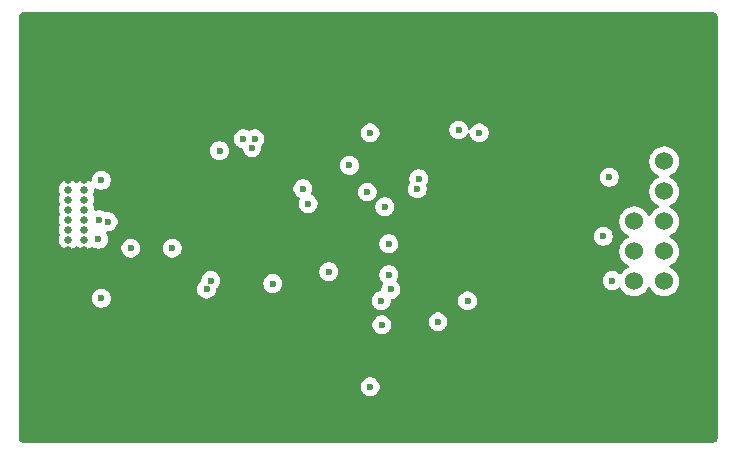
<source format=gbr>
%TF.GenerationSoftware,KiCad,Pcbnew,9.0.3*%
%TF.CreationDate,2025-07-20T22:32:55-06:00*%
%TF.ProjectId,bare_mega_1284,62617265-5f6d-4656-9761-5f313238342e,rev?*%
%TF.SameCoordinates,Original*%
%TF.FileFunction,Copper,L3,Inr*%
%TF.FilePolarity,Positive*%
%FSLAX46Y46*%
G04 Gerber Fmt 4.6, Leading zero omitted, Abs format (unit mm)*
G04 Created by KiCad (PCBNEW 9.0.3) date 2025-07-20 22:32:55*
%MOMM*%
%LPD*%
G01*
G04 APERTURE LIST*
%TA.AperFunction,ComponentPad*%
%ADD10C,0.650000*%
%TD*%
%TA.AperFunction,ComponentPad*%
%ADD11O,1.700000X0.900000*%
%TD*%
%TA.AperFunction,ComponentPad*%
%ADD12O,2.400000X0.900000*%
%TD*%
%TA.AperFunction,ComponentPad*%
%ADD13C,1.524000*%
%TD*%
%TA.AperFunction,ViaPad*%
%ADD14C,0.600000*%
%TD*%
%TA.AperFunction,Conductor*%
%ADD15C,0.200000*%
%TD*%
G04 APERTURE END LIST*
D10*
%TO.N,GND*%
%TO.C,J1*%
X121860000Y-95675000D03*
%TO.N,+5V*%
X121860000Y-96525000D03*
%TO.N,Net-(J1-CC1)*%
X121860000Y-97375000D03*
%TO.N,/D_P*%
X121860000Y-98225000D03*
%TO.N,/D_N*%
X121860000Y-99075000D03*
%TO.N,unconnected-(J1-SBU1-PadA8)*%
X121860000Y-99925000D03*
%TO.N,+5V*%
X121860000Y-100775000D03*
%TO.N,GND*%
X121860000Y-101625000D03*
X120510000Y-101625000D03*
%TO.N,+5V*%
X120510000Y-100775000D03*
%TO.N,Net-(J1-CC2)*%
X120510000Y-99925000D03*
%TO.N,/D_P*%
X120510000Y-99075000D03*
%TO.N,/D_N*%
X120510000Y-98225000D03*
%TO.N,unconnected-(J1-SBU2-PadB8)*%
X120510000Y-97375000D03*
%TO.N,+5V*%
X120510000Y-96525000D03*
%TO.N,GND*%
X120510000Y-95675000D03*
D11*
X117500000Y-94325000D03*
X117500000Y-102975000D03*
D12*
X120880000Y-94325000D03*
X120880000Y-102975000D03*
%TD*%
D13*
%TO.N,GND*%
%TO.C,CON1*%
X168410000Y-94140000D03*
%TO.N,/MISO*%
X170950000Y-94140000D03*
%TO.N,GND*%
X168410000Y-96680000D03*
%TO.N,/SCK*%
X170950000Y-96680000D03*
%TO.N,unconnected-(CON1-Pad6)*%
X168410000Y-99220000D03*
%TO.N,/RES*%
X170950000Y-99220000D03*
%TO.N,unconnected-(CON1-Pad4)*%
X168410000Y-101760000D03*
%TO.N,unconnected-(CON1-Pad3)*%
X170950000Y-101760000D03*
%TO.N,+5V*%
X168410000Y-104300000D03*
%TO.N,/MOSI*%
X170950000Y-104300000D03*
%TD*%
D14*
%TO.N,Net-(U2-RESET#)*%
X140800000Y-97730000D03*
X140359999Y-96442812D03*
%TO.N,+5V*%
X136050000Y-92980000D03*
X136300000Y-92230000D03*
X136300000Y-92230000D03*
X136300000Y-92230000D03*
X136300000Y-92230000D03*
X136300000Y-92230000D03*
X136300000Y-92230000D03*
X136300000Y-92230000D03*
X135300000Y-92230000D03*
X135300000Y-92230000D03*
X135300000Y-92230000D03*
X166550000Y-104230000D03*
%TO.N,Net-(U1-(PCINT26{slash}RXD1{slash}INT0)_PD2)*%
X146050000Y-113230000D03*
%TO.N,/MISO*%
X150166835Y-95613165D03*
X166300000Y-95480000D03*
%TO.N,/SCK*%
X150050000Y-96480000D03*
X165800000Y-100480000D03*
%TO.N,Net-(U1-(PCINT26{slash}RXD1{slash}INT0)_PD2)*%
X147800000Y-104980000D03*
%TO.N,/TXD*%
X147636835Y-101114010D03*
X132202760Y-104950713D03*
%TO.N,/RXD*%
X132550000Y-104230000D03*
X147636835Y-103730000D03*
%TO.N,/XTAL2*%
X147050000Y-107980000D03*
X146994153Y-105937318D03*
%TO.N,Net-(J1-CC1)*%
X125800000Y-101480000D03*
%TO.N,+5V*%
X123300000Y-95730000D03*
X123050000Y-100730000D03*
X146050000Y-91730000D03*
X153550000Y-91480000D03*
X155300000Y-91730000D03*
X144300000Y-94480000D03*
X145800000Y-96730000D03*
X147300000Y-97980000D03*
X154300000Y-105950802D03*
X151800000Y-107730000D03*
X123300000Y-105730000D03*
X129300000Y-101480000D03*
X137800000Y-104480000D03*
X142550000Y-103480000D03*
X133300000Y-93230000D03*
%TO.N,GND*%
X126800000Y-94230000D03*
X126550000Y-102980000D03*
X157551000Y-107730000D03*
X156300000Y-109730000D03*
X133800000Y-109230000D03*
X133800000Y-115980000D03*
X134050000Y-112230000D03*
X133000003Y-95980000D03*
X132300000Y-95980000D03*
X132050000Y-97480000D03*
X132050000Y-100279997D03*
X132050000Y-100980000D03*
X136605297Y-101661942D03*
X137235671Y-101631975D03*
X137800000Y-96480000D03*
X137550000Y-95980000D03*
X135550000Y-95980000D03*
X145800000Y-101980000D03*
X154300000Y-94730000D03*
X150050000Y-98980000D03*
X155300000Y-102980000D03*
X161550000Y-98970000D03*
X163300000Y-103730000D03*
X163300000Y-94230000D03*
X155300000Y-86980000D03*
X153050000Y-90230000D03*
X141050000Y-88230000D03*
X138550000Y-88230000D03*
X135050000Y-90730000D03*
X128550000Y-87480000D03*
%TO.N,/D_P*%
X123864232Y-99243871D03*
%TO.N,/D_N*%
X123082256Y-99075000D03*
%TD*%
D15*
%TO.N,GND*%
X120880000Y-94325000D02*
X120880000Y-94695000D01*
%TD*%
%TA.AperFunction,Conductor*%
%TO.N,GND*%
G36*
X175006922Y-81481280D02*
G01*
X175097266Y-81491459D01*
X175124331Y-81497636D01*
X175203540Y-81525352D01*
X175228553Y-81537398D01*
X175299606Y-81582043D01*
X175321313Y-81599355D01*
X175380644Y-81658686D01*
X175397957Y-81680395D01*
X175442600Y-81751444D01*
X175454648Y-81776462D01*
X175482362Y-81855666D01*
X175488540Y-81882735D01*
X175498720Y-81973076D01*
X175499500Y-81986961D01*
X175499500Y-117473038D01*
X175498720Y-117486922D01*
X175498720Y-117486923D01*
X175488540Y-117577264D01*
X175482362Y-117604333D01*
X175454648Y-117683537D01*
X175442600Y-117708555D01*
X175397957Y-117779604D01*
X175380644Y-117801313D01*
X175321313Y-117860644D01*
X175299604Y-117877957D01*
X175228555Y-117922600D01*
X175203537Y-117934648D01*
X175124333Y-117962362D01*
X175097264Y-117968540D01*
X175017075Y-117977576D01*
X175006921Y-117978720D01*
X174993038Y-117979500D01*
X116806962Y-117979500D01*
X116793078Y-117978720D01*
X116780553Y-117977308D01*
X116702735Y-117968540D01*
X116675666Y-117962362D01*
X116596462Y-117934648D01*
X116571444Y-117922600D01*
X116500395Y-117877957D01*
X116478686Y-117860644D01*
X116419355Y-117801313D01*
X116402042Y-117779604D01*
X116357399Y-117708555D01*
X116345351Y-117683537D01*
X116317637Y-117604333D01*
X116311459Y-117577263D01*
X116301280Y-117486922D01*
X116300500Y-117473038D01*
X116300500Y-113151153D01*
X145249500Y-113151153D01*
X145249500Y-113308846D01*
X145280261Y-113463489D01*
X145280264Y-113463501D01*
X145340602Y-113609172D01*
X145340609Y-113609185D01*
X145428210Y-113740288D01*
X145428213Y-113740292D01*
X145539707Y-113851786D01*
X145539711Y-113851789D01*
X145670814Y-113939390D01*
X145670827Y-113939397D01*
X145816498Y-113999735D01*
X145816503Y-113999737D01*
X145971153Y-114030499D01*
X145971156Y-114030500D01*
X145971158Y-114030500D01*
X146128844Y-114030500D01*
X146128845Y-114030499D01*
X146283497Y-113999737D01*
X146429179Y-113939394D01*
X146560289Y-113851789D01*
X146671789Y-113740289D01*
X146759394Y-113609179D01*
X146819737Y-113463497D01*
X146850500Y-113308842D01*
X146850500Y-113151158D01*
X146850500Y-113151155D01*
X146850499Y-113151153D01*
X146819738Y-112996510D01*
X146819737Y-112996503D01*
X146819735Y-112996498D01*
X146759397Y-112850827D01*
X146759390Y-112850814D01*
X146671789Y-112719711D01*
X146671786Y-112719707D01*
X146560292Y-112608213D01*
X146560288Y-112608210D01*
X146429185Y-112520609D01*
X146429172Y-112520602D01*
X146283501Y-112460264D01*
X146283489Y-112460261D01*
X146128845Y-112429500D01*
X146128842Y-112429500D01*
X145971158Y-112429500D01*
X145971155Y-112429500D01*
X145816510Y-112460261D01*
X145816498Y-112460264D01*
X145670827Y-112520602D01*
X145670814Y-112520609D01*
X145539711Y-112608210D01*
X145539707Y-112608213D01*
X145428213Y-112719707D01*
X145428210Y-112719711D01*
X145340609Y-112850814D01*
X145340602Y-112850827D01*
X145280264Y-112996498D01*
X145280261Y-112996510D01*
X145249500Y-113151153D01*
X116300500Y-113151153D01*
X116300500Y-107901153D01*
X146249500Y-107901153D01*
X146249500Y-108058846D01*
X146280261Y-108213489D01*
X146280264Y-108213501D01*
X146340602Y-108359172D01*
X146340609Y-108359185D01*
X146428210Y-108490288D01*
X146428213Y-108490292D01*
X146539707Y-108601786D01*
X146539711Y-108601789D01*
X146670814Y-108689390D01*
X146670827Y-108689397D01*
X146816498Y-108749735D01*
X146816503Y-108749737D01*
X146971153Y-108780499D01*
X146971156Y-108780500D01*
X146971158Y-108780500D01*
X147128844Y-108780500D01*
X147128845Y-108780499D01*
X147283497Y-108749737D01*
X147429179Y-108689394D01*
X147560289Y-108601789D01*
X147671789Y-108490289D01*
X147759394Y-108359179D01*
X147819737Y-108213497D01*
X147850500Y-108058842D01*
X147850500Y-107901158D01*
X147850500Y-107901155D01*
X147850499Y-107901153D01*
X147819738Y-107746510D01*
X147819737Y-107746503D01*
X147780242Y-107651153D01*
X150999500Y-107651153D01*
X150999500Y-107808846D01*
X151030261Y-107963489D01*
X151030264Y-107963501D01*
X151090602Y-108109172D01*
X151090609Y-108109185D01*
X151178210Y-108240288D01*
X151178213Y-108240292D01*
X151289707Y-108351786D01*
X151289711Y-108351789D01*
X151420814Y-108439390D01*
X151420827Y-108439397D01*
X151566498Y-108499735D01*
X151566503Y-108499737D01*
X151721153Y-108530499D01*
X151721156Y-108530500D01*
X151721158Y-108530500D01*
X151878844Y-108530500D01*
X151878845Y-108530499D01*
X152033497Y-108499737D01*
X152179179Y-108439394D01*
X152310289Y-108351789D01*
X152421789Y-108240289D01*
X152509394Y-108109179D01*
X152569737Y-107963497D01*
X152600500Y-107808842D01*
X152600500Y-107651158D01*
X152600500Y-107651155D01*
X152600499Y-107651153D01*
X152569738Y-107496510D01*
X152569737Y-107496503D01*
X152569735Y-107496498D01*
X152509397Y-107350827D01*
X152509390Y-107350814D01*
X152421789Y-107219711D01*
X152421786Y-107219707D01*
X152310292Y-107108213D01*
X152310288Y-107108210D01*
X152179185Y-107020609D01*
X152179172Y-107020602D01*
X152033501Y-106960264D01*
X152033489Y-106960261D01*
X151878845Y-106929500D01*
X151878842Y-106929500D01*
X151721158Y-106929500D01*
X151721155Y-106929500D01*
X151566510Y-106960261D01*
X151566498Y-106960264D01*
X151420827Y-107020602D01*
X151420814Y-107020609D01*
X151289711Y-107108210D01*
X151289707Y-107108213D01*
X151178213Y-107219707D01*
X151178210Y-107219711D01*
X151090609Y-107350814D01*
X151090602Y-107350827D01*
X151030264Y-107496498D01*
X151030261Y-107496510D01*
X150999500Y-107651153D01*
X147780242Y-107651153D01*
X147779933Y-107650408D01*
X147759397Y-107600827D01*
X147759390Y-107600814D01*
X147671789Y-107469711D01*
X147671786Y-107469707D01*
X147560292Y-107358213D01*
X147560288Y-107358210D01*
X147429185Y-107270609D01*
X147429172Y-107270602D01*
X147283501Y-107210264D01*
X147283489Y-107210261D01*
X147128845Y-107179500D01*
X147128842Y-107179500D01*
X146971158Y-107179500D01*
X146971155Y-107179500D01*
X146816510Y-107210261D01*
X146816498Y-107210264D01*
X146670827Y-107270602D01*
X146670814Y-107270609D01*
X146539711Y-107358210D01*
X146539707Y-107358213D01*
X146428213Y-107469707D01*
X146428210Y-107469711D01*
X146340609Y-107600814D01*
X146340602Y-107600827D01*
X146280264Y-107746498D01*
X146280261Y-107746510D01*
X146249500Y-107901153D01*
X116300500Y-107901153D01*
X116300500Y-105651153D01*
X122499500Y-105651153D01*
X122499500Y-105808846D01*
X122530261Y-105963489D01*
X122530264Y-105963501D01*
X122590602Y-106109172D01*
X122590609Y-106109185D01*
X122678210Y-106240288D01*
X122678213Y-106240292D01*
X122789707Y-106351786D01*
X122789711Y-106351789D01*
X122920814Y-106439390D01*
X122920827Y-106439397D01*
X123066498Y-106499735D01*
X123066503Y-106499737D01*
X123221153Y-106530499D01*
X123221156Y-106530500D01*
X123221158Y-106530500D01*
X123378844Y-106530500D01*
X123378845Y-106530499D01*
X123533497Y-106499737D01*
X123679179Y-106439394D01*
X123810289Y-106351789D01*
X123921789Y-106240289D01*
X124009394Y-106109179D01*
X124069737Y-105963497D01*
X124090628Y-105858471D01*
X146193653Y-105858471D01*
X146193653Y-106016164D01*
X146224414Y-106170807D01*
X146224417Y-106170819D01*
X146284755Y-106316490D01*
X146284762Y-106316503D01*
X146372363Y-106447606D01*
X146372366Y-106447610D01*
X146483860Y-106559104D01*
X146483864Y-106559107D01*
X146614967Y-106646708D01*
X146614980Y-106646715D01*
X146760651Y-106707053D01*
X146760656Y-106707055D01*
X146915306Y-106737817D01*
X146915309Y-106737818D01*
X146915311Y-106737818D01*
X147072997Y-106737818D01*
X147072998Y-106737817D01*
X147227650Y-106707055D01*
X147373332Y-106646712D01*
X147504442Y-106559107D01*
X147615942Y-106447607D01*
X147703547Y-106316497D01*
X147763890Y-106170815D01*
X147794653Y-106016160D01*
X147794653Y-105899010D01*
X147802596Y-105871955D01*
X153499500Y-105871955D01*
X153499500Y-106029648D01*
X153530261Y-106184291D01*
X153530264Y-106184303D01*
X153590602Y-106329974D01*
X153590609Y-106329987D01*
X153678210Y-106461090D01*
X153678213Y-106461094D01*
X153789707Y-106572588D01*
X153789711Y-106572591D01*
X153920814Y-106660192D01*
X153920827Y-106660199D01*
X154066498Y-106720537D01*
X154066503Y-106720539D01*
X154221153Y-106751301D01*
X154221156Y-106751302D01*
X154221158Y-106751302D01*
X154378844Y-106751302D01*
X154378845Y-106751301D01*
X154533497Y-106720539D01*
X154679179Y-106660196D01*
X154810289Y-106572591D01*
X154921789Y-106461091D01*
X155009394Y-106329981D01*
X155069737Y-106184299D01*
X155100500Y-106029644D01*
X155100500Y-105871960D01*
X155100500Y-105871957D01*
X155100499Y-105871955D01*
X155092546Y-105831971D01*
X155069737Y-105717305D01*
X155046045Y-105660107D01*
X155009397Y-105571629D01*
X155009390Y-105571616D01*
X154921789Y-105440513D01*
X154921786Y-105440509D01*
X154810292Y-105329015D01*
X154810288Y-105329012D01*
X154679185Y-105241411D01*
X154679172Y-105241404D01*
X154533501Y-105181066D01*
X154533489Y-105181063D01*
X154378845Y-105150302D01*
X154378842Y-105150302D01*
X154221158Y-105150302D01*
X154221155Y-105150302D01*
X154066510Y-105181063D01*
X154066498Y-105181066D01*
X153920827Y-105241404D01*
X153920814Y-105241411D01*
X153789711Y-105329012D01*
X153789707Y-105329015D01*
X153678213Y-105440509D01*
X153678210Y-105440513D01*
X153590609Y-105571616D01*
X153590602Y-105571629D01*
X153530264Y-105717300D01*
X153530261Y-105717312D01*
X153499500Y-105871955D01*
X147802596Y-105871955D01*
X147803432Y-105869109D01*
X147810304Y-105838706D01*
X147813195Y-105835860D01*
X147814338Y-105831971D01*
X147837881Y-105811570D01*
X147860107Y-105789701D01*
X147865244Y-105787860D01*
X147867142Y-105786216D01*
X147893275Y-105777635D01*
X147893856Y-105777513D01*
X148033497Y-105749737D01*
X148179179Y-105689394D01*
X148310289Y-105601789D01*
X148421789Y-105490289D01*
X148509394Y-105359179D01*
X148512854Y-105350827D01*
X148549241Y-105262978D01*
X148569737Y-105213497D01*
X148600500Y-105058842D01*
X148600500Y-104901158D01*
X148600500Y-104901155D01*
X148600499Y-104901153D01*
X148581416Y-104805219D01*
X148569737Y-104746503D01*
X148544724Y-104686116D01*
X148509397Y-104600827D01*
X148509390Y-104600814D01*
X148421789Y-104469711D01*
X148421786Y-104469707D01*
X148305982Y-104353903D01*
X148307293Y-104352591D01*
X148292890Y-104330972D01*
X148273579Y-104302629D01*
X148273560Y-104301958D01*
X148273189Y-104301400D01*
X148272622Y-104267072D01*
X148271701Y-104232785D01*
X148272044Y-104231987D01*
X148272037Y-104231539D01*
X148275456Y-104224064D01*
X148286167Y-104199197D01*
X148287265Y-104197423D01*
X148318182Y-104151153D01*
X165749500Y-104151153D01*
X165749500Y-104308846D01*
X165780261Y-104463489D01*
X165780264Y-104463501D01*
X165840602Y-104609172D01*
X165840609Y-104609185D01*
X165928210Y-104740288D01*
X165928213Y-104740292D01*
X166039707Y-104851786D01*
X166039711Y-104851789D01*
X166170814Y-104939390D01*
X166170827Y-104939397D01*
X166316498Y-104999735D01*
X166316503Y-104999737D01*
X166466407Y-105029555D01*
X166471153Y-105030499D01*
X166471156Y-105030500D01*
X166471158Y-105030500D01*
X166628844Y-105030500D01*
X166628845Y-105030499D01*
X166783497Y-104999737D01*
X166929179Y-104939394D01*
X167060289Y-104851789D01*
X167081322Y-104830755D01*
X167142643Y-104797271D01*
X167212334Y-104802254D01*
X167268269Y-104844125D01*
X167279487Y-104862141D01*
X167330211Y-104961692D01*
X167371345Y-105018307D01*
X167447019Y-105122464D01*
X167587536Y-105262981D01*
X167748306Y-105379787D01*
X167835149Y-105424035D01*
X167925367Y-105470005D01*
X167925370Y-105470006D01*
X167987793Y-105490288D01*
X168114364Y-105531413D01*
X168310639Y-105562500D01*
X168310640Y-105562500D01*
X168509360Y-105562500D01*
X168509361Y-105562500D01*
X168705636Y-105531413D01*
X168894632Y-105470005D01*
X169071694Y-105379787D01*
X169232464Y-105262981D01*
X169372981Y-105122464D01*
X169489787Y-104961694D01*
X169569515Y-104805218D01*
X169617490Y-104754423D01*
X169685311Y-104737628D01*
X169751446Y-104760165D01*
X169790484Y-104805218D01*
X169870213Y-104961694D01*
X169987019Y-105122464D01*
X170127536Y-105262981D01*
X170288306Y-105379787D01*
X170375149Y-105424035D01*
X170465367Y-105470005D01*
X170465370Y-105470006D01*
X170527793Y-105490288D01*
X170654364Y-105531413D01*
X170850639Y-105562500D01*
X170850640Y-105562500D01*
X171049360Y-105562500D01*
X171049361Y-105562500D01*
X171245636Y-105531413D01*
X171434632Y-105470005D01*
X171611694Y-105379787D01*
X171772464Y-105262981D01*
X171912981Y-105122464D01*
X172029787Y-104961694D01*
X172120005Y-104784632D01*
X172181413Y-104595636D01*
X172212500Y-104399361D01*
X172212500Y-104200639D01*
X172181413Y-104004364D01*
X172133926Y-103858213D01*
X172120006Y-103815370D01*
X172120005Y-103815367D01*
X172059139Y-103695912D01*
X172029787Y-103638306D01*
X171912981Y-103477536D01*
X171772464Y-103337019D01*
X171611694Y-103220213D01*
X171455218Y-103140484D01*
X171404423Y-103092510D01*
X171387628Y-103024689D01*
X171410165Y-102958554D01*
X171455218Y-102919515D01*
X171611694Y-102839787D01*
X171772464Y-102722981D01*
X171912981Y-102582464D01*
X172029787Y-102421694D01*
X172120005Y-102244632D01*
X172181413Y-102055636D01*
X172212500Y-101859361D01*
X172212500Y-101660639D01*
X172181413Y-101464364D01*
X172145745Y-101354587D01*
X172120006Y-101275370D01*
X172120005Y-101275367D01*
X172035327Y-101109179D01*
X172029787Y-101098306D01*
X171912981Y-100937536D01*
X171772464Y-100797019D01*
X171611694Y-100680213D01*
X171455218Y-100600484D01*
X171404423Y-100552510D01*
X171387628Y-100484689D01*
X171410165Y-100418554D01*
X171455218Y-100379515D01*
X171611694Y-100299787D01*
X171772464Y-100182981D01*
X171912981Y-100042464D01*
X172029787Y-99881694D01*
X172120005Y-99704632D01*
X172181413Y-99515636D01*
X172212500Y-99319361D01*
X172212500Y-99120639D01*
X172181413Y-98924364D01*
X172120005Y-98735368D01*
X172120005Y-98735367D01*
X172029786Y-98558305D01*
X172012471Y-98534473D01*
X171912981Y-98397536D01*
X171772464Y-98257019D01*
X171611694Y-98140213D01*
X171455218Y-98060484D01*
X171404423Y-98012510D01*
X171387628Y-97944689D01*
X171410165Y-97878554D01*
X171455218Y-97839515D01*
X171611694Y-97759787D01*
X171772464Y-97642981D01*
X171912981Y-97502464D01*
X172029787Y-97341694D01*
X172120005Y-97164632D01*
X172181413Y-96975636D01*
X172212500Y-96779361D01*
X172212500Y-96580639D01*
X172181413Y-96384364D01*
X172137671Y-96249738D01*
X172120006Y-96195370D01*
X172120005Y-96195367D01*
X172071827Y-96100814D01*
X172029787Y-96018306D01*
X171912981Y-95857536D01*
X171772464Y-95717019D01*
X171611694Y-95600213D01*
X171455218Y-95520484D01*
X171404423Y-95472510D01*
X171387628Y-95404689D01*
X171410165Y-95338554D01*
X171455218Y-95299515D01*
X171611694Y-95219787D01*
X171772464Y-95102981D01*
X171912981Y-94962464D01*
X172029787Y-94801694D01*
X172120005Y-94624632D01*
X172181413Y-94435636D01*
X172212500Y-94239361D01*
X172212500Y-94040639D01*
X172181413Y-93844364D01*
X172131061Y-93689394D01*
X172120006Y-93655370D01*
X172120005Y-93655367D01*
X172035894Y-93490292D01*
X172029787Y-93478306D01*
X171912981Y-93317536D01*
X171772464Y-93177019D01*
X171611694Y-93060213D01*
X171594441Y-93051422D01*
X171434632Y-92969994D01*
X171434629Y-92969993D01*
X171245637Y-92908587D01*
X171147498Y-92893043D01*
X171049361Y-92877500D01*
X170850639Y-92877500D01*
X170785214Y-92887862D01*
X170654362Y-92908587D01*
X170465370Y-92969993D01*
X170465367Y-92969994D01*
X170288305Y-93060213D01*
X170127533Y-93177021D01*
X169987021Y-93317533D01*
X169870213Y-93478305D01*
X169779994Y-93655367D01*
X169779993Y-93655370D01*
X169718587Y-93844362D01*
X169698734Y-93969711D01*
X169687500Y-94040639D01*
X169687500Y-94239361D01*
X169688631Y-94246503D01*
X169718587Y-94435637D01*
X169779993Y-94624629D01*
X169779994Y-94624632D01*
X169825270Y-94713489D01*
X169870213Y-94801694D01*
X169987019Y-94962464D01*
X170127536Y-95102981D01*
X170288306Y-95219787D01*
X170340739Y-95246503D01*
X170444780Y-95299515D01*
X170495576Y-95347490D01*
X170512371Y-95415311D01*
X170489833Y-95481446D01*
X170444780Y-95520485D01*
X170288305Y-95600213D01*
X170127533Y-95717021D01*
X169987021Y-95857533D01*
X169870213Y-96018305D01*
X169779994Y-96195367D01*
X169779993Y-96195370D01*
X169718587Y-96384362D01*
X169687500Y-96580639D01*
X169687500Y-96779360D01*
X169718587Y-96975637D01*
X169779993Y-97164629D01*
X169779994Y-97164632D01*
X169845756Y-97293695D01*
X169870213Y-97341694D01*
X169987019Y-97502464D01*
X170127536Y-97642981D01*
X170288306Y-97759787D01*
X170384589Y-97808846D01*
X170444780Y-97839515D01*
X170495576Y-97887490D01*
X170512371Y-97955311D01*
X170489833Y-98021446D01*
X170444780Y-98060485D01*
X170288305Y-98140213D01*
X170127533Y-98257021D01*
X169987021Y-98397533D01*
X169870213Y-98558305D01*
X169790485Y-98714780D01*
X169742510Y-98765576D01*
X169674689Y-98782371D01*
X169608554Y-98759833D01*
X169569515Y-98714780D01*
X169536508Y-98650000D01*
X169489787Y-98558306D01*
X169372981Y-98397536D01*
X169232464Y-98257019D01*
X169071694Y-98140213D01*
X168894632Y-98049994D01*
X168894629Y-98049993D01*
X168705637Y-97988587D01*
X168607498Y-97973043D01*
X168509361Y-97957500D01*
X168310639Y-97957500D01*
X168245214Y-97967862D01*
X168114362Y-97988587D01*
X167925370Y-98049993D01*
X167925367Y-98049994D01*
X167748305Y-98140213D01*
X167587533Y-98257021D01*
X167447021Y-98397533D01*
X167330213Y-98558305D01*
X167239994Y-98735367D01*
X167239993Y-98735370D01*
X167178587Y-98924362D01*
X167147500Y-99120639D01*
X167147500Y-99319360D01*
X167178587Y-99515637D01*
X167239993Y-99704629D01*
X167239994Y-99704632D01*
X167308805Y-99839679D01*
X167330213Y-99881694D01*
X167447019Y-100042464D01*
X167587536Y-100182981D01*
X167748306Y-100299787D01*
X167848477Y-100350827D01*
X167904780Y-100379515D01*
X167955576Y-100427490D01*
X167972371Y-100495311D01*
X167949833Y-100561446D01*
X167904780Y-100600485D01*
X167748305Y-100680213D01*
X167587533Y-100797021D01*
X167447021Y-100937533D01*
X167330213Y-101098305D01*
X167239994Y-101275367D01*
X167239993Y-101275370D01*
X167178587Y-101464362D01*
X167147500Y-101660639D01*
X167147500Y-101859360D01*
X167178587Y-102055637D01*
X167239993Y-102244629D01*
X167239994Y-102244632D01*
X167330213Y-102421694D01*
X167447019Y-102582464D01*
X167587536Y-102722981D01*
X167748306Y-102839787D01*
X167866832Y-102900179D01*
X167904780Y-102919515D01*
X167955576Y-102967490D01*
X167972371Y-103035311D01*
X167949833Y-103101446D01*
X167904780Y-103140485D01*
X167748305Y-103220213D01*
X167587533Y-103337021D01*
X167447021Y-103477533D01*
X167330212Y-103638306D01*
X167326741Y-103645119D01*
X167278763Y-103695912D01*
X167210941Y-103712704D01*
X167144808Y-103690163D01*
X167128578Y-103676499D01*
X167060292Y-103608213D01*
X167060288Y-103608210D01*
X166929185Y-103520609D01*
X166929172Y-103520602D01*
X166783501Y-103460264D01*
X166783489Y-103460261D01*
X166628845Y-103429500D01*
X166628842Y-103429500D01*
X166471158Y-103429500D01*
X166471155Y-103429500D01*
X166316510Y-103460261D01*
X166316498Y-103460264D01*
X166170827Y-103520602D01*
X166170814Y-103520609D01*
X166039711Y-103608210D01*
X166039707Y-103608213D01*
X165928213Y-103719707D01*
X165928210Y-103719711D01*
X165840609Y-103850814D01*
X165840602Y-103850827D01*
X165780264Y-103996498D01*
X165780261Y-103996510D01*
X165749500Y-104151153D01*
X148318182Y-104151153D01*
X148346229Y-104109179D01*
X148406572Y-103963497D01*
X148437335Y-103808842D01*
X148437335Y-103651158D01*
X148437335Y-103651155D01*
X148437334Y-103651153D01*
X148411366Y-103520606D01*
X148406572Y-103496503D01*
X148398716Y-103477536D01*
X148346232Y-103350827D01*
X148346225Y-103350814D01*
X148258624Y-103219711D01*
X148258621Y-103219707D01*
X148147127Y-103108213D01*
X148147123Y-103108210D01*
X148016020Y-103020609D01*
X148016007Y-103020602D01*
X147870336Y-102960264D01*
X147870324Y-102960261D01*
X147715680Y-102929500D01*
X147715677Y-102929500D01*
X147557993Y-102929500D01*
X147557990Y-102929500D01*
X147403345Y-102960261D01*
X147403333Y-102960264D01*
X147257662Y-103020602D01*
X147257649Y-103020609D01*
X147126546Y-103108210D01*
X147126542Y-103108213D01*
X147015048Y-103219707D01*
X147015045Y-103219711D01*
X146927444Y-103350814D01*
X146927437Y-103350827D01*
X146867099Y-103496498D01*
X146867096Y-103496510D01*
X146836335Y-103651153D01*
X146836335Y-103808846D01*
X146867096Y-103963489D01*
X146867099Y-103963501D01*
X146927437Y-104109172D01*
X146927444Y-104109185D01*
X147015045Y-104240288D01*
X147015048Y-104240292D01*
X147130853Y-104356097D01*
X147129349Y-104357600D01*
X147163261Y-104407392D01*
X147165127Y-104477236D01*
X147148362Y-104514381D01*
X147090608Y-104600816D01*
X147090602Y-104600827D01*
X147030264Y-104746498D01*
X147030261Y-104746510D01*
X146999500Y-104901153D01*
X146999500Y-105018307D01*
X146979815Y-105085346D01*
X146927011Y-105131101D01*
X146899692Y-105139924D01*
X146760661Y-105167579D01*
X146760651Y-105167582D01*
X146614980Y-105227920D01*
X146614967Y-105227927D01*
X146483864Y-105315528D01*
X146483860Y-105315531D01*
X146372366Y-105427025D01*
X146372363Y-105427029D01*
X146284762Y-105558132D01*
X146284755Y-105558145D01*
X146224417Y-105703816D01*
X146224414Y-105703828D01*
X146193653Y-105858471D01*
X124090628Y-105858471D01*
X124100500Y-105808842D01*
X124100500Y-105651158D01*
X124100500Y-105651155D01*
X124100499Y-105651153D01*
X124084854Y-105572502D01*
X124069737Y-105496503D01*
X124058761Y-105470005D01*
X124009397Y-105350827D01*
X124009390Y-105350814D01*
X123921789Y-105219711D01*
X123921786Y-105219707D01*
X123810292Y-105108213D01*
X123810288Y-105108210D01*
X123679185Y-105020609D01*
X123679172Y-105020602D01*
X123581968Y-104980340D01*
X123533497Y-104960263D01*
X123533489Y-104960261D01*
X123378845Y-104929500D01*
X123378842Y-104929500D01*
X123221158Y-104929500D01*
X123221155Y-104929500D01*
X123066510Y-104960261D01*
X123066498Y-104960264D01*
X122920827Y-105020602D01*
X122920814Y-105020609D01*
X122789711Y-105108210D01*
X122789707Y-105108213D01*
X122678213Y-105219707D01*
X122678210Y-105219711D01*
X122590609Y-105350814D01*
X122590602Y-105350827D01*
X122530264Y-105496498D01*
X122530261Y-105496510D01*
X122499500Y-105651153D01*
X116300500Y-105651153D01*
X116300500Y-104871866D01*
X131402260Y-104871866D01*
X131402260Y-105029559D01*
X131433021Y-105184202D01*
X131433024Y-105184214D01*
X131493362Y-105329885D01*
X131493369Y-105329898D01*
X131580970Y-105461001D01*
X131580973Y-105461005D01*
X131692467Y-105572499D01*
X131692471Y-105572502D01*
X131823574Y-105660103D01*
X131823587Y-105660110D01*
X131961658Y-105717300D01*
X131969263Y-105720450D01*
X132116498Y-105749737D01*
X132123913Y-105751212D01*
X132123916Y-105751213D01*
X132123918Y-105751213D01*
X132281604Y-105751213D01*
X132384392Y-105730767D01*
X132384392Y-105730766D01*
X132436257Y-105720450D01*
X132581939Y-105660107D01*
X132713049Y-105572502D01*
X132824549Y-105461002D01*
X132912154Y-105329892D01*
X132918103Y-105315531D01*
X132939870Y-105262978D01*
X132972497Y-105184210D01*
X133003260Y-105029555D01*
X133003260Y-104956173D01*
X133022945Y-104889134D01*
X133055700Y-104855789D01*
X133055585Y-104855649D01*
X133056892Y-104854575D01*
X133058372Y-104853069D01*
X133060289Y-104851789D01*
X133171789Y-104740289D01*
X133259394Y-104609179D01*
X133262854Y-104600827D01*
X133317163Y-104469711D01*
X133319737Y-104463497D01*
X133332138Y-104401153D01*
X136999500Y-104401153D01*
X136999500Y-104558846D01*
X137030261Y-104713489D01*
X137030264Y-104713501D01*
X137090602Y-104859172D01*
X137090609Y-104859185D01*
X137178210Y-104990288D01*
X137178213Y-104990292D01*
X137289707Y-105101786D01*
X137289711Y-105101789D01*
X137420814Y-105189390D01*
X137420827Y-105189397D01*
X137546385Y-105241404D01*
X137566503Y-105249737D01*
X137721153Y-105280499D01*
X137721156Y-105280500D01*
X137721158Y-105280500D01*
X137878844Y-105280500D01*
X137878845Y-105280499D01*
X138033497Y-105249737D01*
X138179179Y-105189394D01*
X138310289Y-105101789D01*
X138421789Y-104990289D01*
X138509394Y-104859179D01*
X138569737Y-104713497D01*
X138600500Y-104558842D01*
X138600500Y-104401158D01*
X138600500Y-104401155D01*
X138600499Y-104401153D01*
X138586132Y-104328926D01*
X138569737Y-104246503D01*
X138550740Y-104200639D01*
X138509397Y-104100827D01*
X138509390Y-104100814D01*
X138421789Y-103969711D01*
X138421786Y-103969707D01*
X138310292Y-103858213D01*
X138310288Y-103858210D01*
X138179185Y-103770609D01*
X138179172Y-103770602D01*
X138033501Y-103710264D01*
X138033489Y-103710261D01*
X137878845Y-103679500D01*
X137878842Y-103679500D01*
X137721158Y-103679500D01*
X137721155Y-103679500D01*
X137566510Y-103710261D01*
X137566498Y-103710264D01*
X137420827Y-103770602D01*
X137420814Y-103770609D01*
X137289711Y-103858210D01*
X137289707Y-103858213D01*
X137178213Y-103969707D01*
X137178210Y-103969711D01*
X137090609Y-104100814D01*
X137090602Y-104100827D01*
X137030264Y-104246498D01*
X137030261Y-104246510D01*
X136999500Y-104401153D01*
X133332138Y-104401153D01*
X133346505Y-104328926D01*
X133350500Y-104308844D01*
X133350500Y-104151155D01*
X133350499Y-104151153D01*
X133337998Y-104088307D01*
X133319737Y-103996503D01*
X133317163Y-103990288D01*
X133259397Y-103850827D01*
X133259390Y-103850814D01*
X133171789Y-103719711D01*
X133171786Y-103719707D01*
X133060292Y-103608213D01*
X133060288Y-103608210D01*
X132929185Y-103520609D01*
X132929173Y-103520602D01*
X132902674Y-103509627D01*
X132783501Y-103460264D01*
X132783489Y-103460261D01*
X132628845Y-103429500D01*
X132628842Y-103429500D01*
X132471158Y-103429500D01*
X132471155Y-103429500D01*
X132316510Y-103460261D01*
X132316498Y-103460264D01*
X132170827Y-103520602D01*
X132170814Y-103520609D01*
X132039711Y-103608210D01*
X132039707Y-103608213D01*
X131928213Y-103719707D01*
X131928210Y-103719711D01*
X131840609Y-103850814D01*
X131840602Y-103850827D01*
X131780264Y-103996498D01*
X131780261Y-103996510D01*
X131749500Y-104151153D01*
X131749500Y-104224538D01*
X131729815Y-104291577D01*
X131697064Y-104324920D01*
X131697179Y-104325060D01*
X131695885Y-104326121D01*
X131694399Y-104327635D01*
X131692472Y-104328922D01*
X131692467Y-104328926D01*
X131580973Y-104440420D01*
X131580970Y-104440424D01*
X131493369Y-104571527D01*
X131493362Y-104571540D01*
X131433024Y-104717211D01*
X131433021Y-104717223D01*
X131402260Y-104871866D01*
X116300500Y-104871866D01*
X116300500Y-103401153D01*
X141749500Y-103401153D01*
X141749500Y-103558846D01*
X141780261Y-103713489D01*
X141780264Y-103713501D01*
X141840602Y-103859172D01*
X141840609Y-103859185D01*
X141928210Y-103990288D01*
X141928213Y-103990292D01*
X142039707Y-104101786D01*
X142039711Y-104101789D01*
X142170814Y-104189390D01*
X142170827Y-104189397D01*
X142308683Y-104246498D01*
X142316503Y-104249737D01*
X142471153Y-104280499D01*
X142471156Y-104280500D01*
X142471158Y-104280500D01*
X142628844Y-104280500D01*
X142628845Y-104280499D01*
X142783497Y-104249737D01*
X142929179Y-104189394D01*
X143060289Y-104101789D01*
X143171789Y-103990289D01*
X143259394Y-103859179D01*
X143262854Y-103850827D01*
X143286069Y-103794780D01*
X143319737Y-103713497D01*
X143350500Y-103558842D01*
X143350500Y-103401158D01*
X143350500Y-103401155D01*
X143350499Y-103401153D01*
X143319738Y-103246510D01*
X143319737Y-103246503D01*
X143319735Y-103246498D01*
X143259397Y-103100827D01*
X143259390Y-103100814D01*
X143171789Y-102969711D01*
X143171786Y-102969707D01*
X143060292Y-102858213D01*
X143060288Y-102858210D01*
X142929185Y-102770609D01*
X142929172Y-102770602D01*
X142783501Y-102710264D01*
X142783489Y-102710261D01*
X142628845Y-102679500D01*
X142628842Y-102679500D01*
X142471158Y-102679500D01*
X142471155Y-102679500D01*
X142316510Y-102710261D01*
X142316498Y-102710264D01*
X142170827Y-102770602D01*
X142170814Y-102770609D01*
X142039711Y-102858210D01*
X142039707Y-102858213D01*
X141928213Y-102969707D01*
X141928210Y-102969711D01*
X141840609Y-103100814D01*
X141840602Y-103100827D01*
X141780264Y-103246498D01*
X141780261Y-103246510D01*
X141749500Y-103401153D01*
X116300500Y-103401153D01*
X116300500Y-96606307D01*
X119684499Y-96606307D01*
X119716222Y-96765783D01*
X119716224Y-96765789D01*
X119772871Y-96902547D01*
X119780340Y-96972017D01*
X119772871Y-96997453D01*
X119716224Y-97134210D01*
X119716222Y-97134216D01*
X119684500Y-97293692D01*
X119684500Y-97293695D01*
X119684500Y-97456305D01*
X119684500Y-97456307D01*
X119684499Y-97456307D01*
X119716222Y-97615783D01*
X119716224Y-97615789D01*
X119772871Y-97752547D01*
X119780340Y-97822017D01*
X119772871Y-97847453D01*
X119716224Y-97984210D01*
X119716222Y-97984216D01*
X119684500Y-98143692D01*
X119684500Y-98143695D01*
X119684500Y-98306305D01*
X119684500Y-98306307D01*
X119684499Y-98306307D01*
X119716222Y-98465783D01*
X119716224Y-98465789D01*
X119772871Y-98602547D01*
X119780340Y-98672017D01*
X119772871Y-98697453D01*
X119716224Y-98834210D01*
X119716222Y-98834216D01*
X119684500Y-98993692D01*
X119684500Y-98993695D01*
X119684500Y-99156305D01*
X119684500Y-99156307D01*
X119684499Y-99156307D01*
X119716222Y-99315783D01*
X119716224Y-99315789D01*
X119772871Y-99452547D01*
X119780340Y-99522017D01*
X119772871Y-99547453D01*
X119716224Y-99684210D01*
X119716222Y-99684216D01*
X119684500Y-99843692D01*
X119684500Y-99843695D01*
X119684500Y-100006305D01*
X119684500Y-100006307D01*
X119684499Y-100006307D01*
X119716222Y-100165783D01*
X119716224Y-100165789D01*
X119772871Y-100302547D01*
X119780340Y-100372017D01*
X119772871Y-100397452D01*
X119771336Y-100401158D01*
X119716224Y-100534210D01*
X119716222Y-100534216D01*
X119684500Y-100693692D01*
X119684500Y-100693695D01*
X119684500Y-100856305D01*
X119684500Y-100856307D01*
X119684499Y-100856307D01*
X119716222Y-101015783D01*
X119716225Y-101015793D01*
X119778450Y-101166019D01*
X119778452Y-101166023D01*
X119868788Y-101301220D01*
X119868794Y-101301228D01*
X119983771Y-101416205D01*
X119983779Y-101416211D01*
X120118976Y-101506547D01*
X120118980Y-101506549D01*
X120269206Y-101568774D01*
X120269211Y-101568776D01*
X120269215Y-101568776D01*
X120269216Y-101568777D01*
X120428692Y-101600500D01*
X120428695Y-101600500D01*
X120591307Y-101600500D01*
X120698598Y-101579157D01*
X120750789Y-101568776D01*
X120901021Y-101506548D01*
X120901023Y-101506547D01*
X121001520Y-101439397D01*
X121036225Y-101416208D01*
X121064360Y-101388073D01*
X121097319Y-101355115D01*
X121158642Y-101321630D01*
X121228334Y-101326614D01*
X121272681Y-101355115D01*
X121333771Y-101416205D01*
X121333779Y-101416211D01*
X121468976Y-101506547D01*
X121468980Y-101506549D01*
X121619206Y-101568774D01*
X121619211Y-101568776D01*
X121619215Y-101568776D01*
X121619216Y-101568777D01*
X121778692Y-101600500D01*
X121778695Y-101600500D01*
X121941307Y-101600500D01*
X122048598Y-101579157D01*
X122100789Y-101568776D01*
X122251021Y-101506548D01*
X122251023Y-101506547D01*
X122351520Y-101439397D01*
X122386225Y-101416208D01*
X122414360Y-101388072D01*
X122475682Y-101354587D01*
X122545374Y-101359571D01*
X122570933Y-101372651D01*
X122670814Y-101439390D01*
X122670827Y-101439397D01*
X122800709Y-101493195D01*
X122816503Y-101499737D01*
X122971153Y-101530499D01*
X122971156Y-101530500D01*
X122971158Y-101530500D01*
X123128844Y-101530500D01*
X123128845Y-101530499D01*
X123283497Y-101499737D01*
X123429179Y-101439394D01*
X123486411Y-101401153D01*
X124999500Y-101401153D01*
X124999500Y-101558846D01*
X125030261Y-101713489D01*
X125030264Y-101713501D01*
X125090602Y-101859172D01*
X125090609Y-101859185D01*
X125178210Y-101990288D01*
X125178213Y-101990292D01*
X125289707Y-102101786D01*
X125289711Y-102101789D01*
X125420814Y-102189390D01*
X125420827Y-102189397D01*
X125495109Y-102220165D01*
X125566503Y-102249737D01*
X125721153Y-102280499D01*
X125721156Y-102280500D01*
X125721158Y-102280500D01*
X125878844Y-102280500D01*
X125878845Y-102280499D01*
X126033497Y-102249737D01*
X126179179Y-102189394D01*
X126310289Y-102101789D01*
X126421789Y-101990289D01*
X126509394Y-101859179D01*
X126569737Y-101713497D01*
X126600500Y-101558842D01*
X126600500Y-101401158D01*
X126600500Y-101401155D01*
X126600499Y-101401153D01*
X128499500Y-101401153D01*
X128499500Y-101558846D01*
X128530261Y-101713489D01*
X128530264Y-101713501D01*
X128590602Y-101859172D01*
X128590609Y-101859185D01*
X128678210Y-101990288D01*
X128678213Y-101990292D01*
X128789707Y-102101786D01*
X128789711Y-102101789D01*
X128920814Y-102189390D01*
X128920827Y-102189397D01*
X128995109Y-102220165D01*
X129066503Y-102249737D01*
X129221153Y-102280499D01*
X129221156Y-102280500D01*
X129221158Y-102280500D01*
X129378844Y-102280500D01*
X129378845Y-102280499D01*
X129533497Y-102249737D01*
X129679179Y-102189394D01*
X129810289Y-102101789D01*
X129921789Y-101990289D01*
X130009394Y-101859179D01*
X130069737Y-101713497D01*
X130100500Y-101558842D01*
X130100500Y-101401158D01*
X130100500Y-101401155D01*
X130100499Y-101401153D01*
X130097897Y-101388073D01*
X130069737Y-101246503D01*
X130046080Y-101189390D01*
X130009397Y-101100827D01*
X130009389Y-101100813D01*
X130007486Y-101097964D01*
X129965523Y-101035163D01*
X146836335Y-101035163D01*
X146836335Y-101192856D01*
X146867096Y-101347499D01*
X146867099Y-101347511D01*
X146927437Y-101493182D01*
X146927444Y-101493195D01*
X147015045Y-101624298D01*
X147015048Y-101624302D01*
X147126542Y-101735796D01*
X147126546Y-101735799D01*
X147257649Y-101823400D01*
X147257662Y-101823407D01*
X147403333Y-101883745D01*
X147403338Y-101883747D01*
X147557988Y-101914509D01*
X147557991Y-101914510D01*
X147557993Y-101914510D01*
X147715679Y-101914510D01*
X147715680Y-101914509D01*
X147870332Y-101883747D01*
X148016014Y-101823404D01*
X148147124Y-101735799D01*
X148258624Y-101624299D01*
X148346229Y-101493189D01*
X148406572Y-101347507D01*
X148437335Y-101192852D01*
X148437335Y-101035168D01*
X148437335Y-101035165D01*
X148437334Y-101035163D01*
X148433479Y-101015783D01*
X148406572Y-100880513D01*
X148361049Y-100770609D01*
X148346232Y-100734837D01*
X148346225Y-100734824D01*
X148258624Y-100603721D01*
X148258621Y-100603717D01*
X148147129Y-100492225D01*
X148147122Y-100492219D01*
X148016020Y-100404619D01*
X148016007Y-100404612D01*
X148007656Y-100401153D01*
X164999500Y-100401153D01*
X164999500Y-100558846D01*
X165030261Y-100713489D01*
X165030264Y-100713501D01*
X165090602Y-100859172D01*
X165090609Y-100859185D01*
X165178210Y-100990288D01*
X165178213Y-100990292D01*
X165289707Y-101101786D01*
X165289711Y-101101789D01*
X165420814Y-101189390D01*
X165420827Y-101189397D01*
X165558683Y-101246498D01*
X165566503Y-101249737D01*
X165695353Y-101275367D01*
X165721153Y-101280499D01*
X165721156Y-101280500D01*
X165721158Y-101280500D01*
X165878844Y-101280500D01*
X165878845Y-101280499D01*
X166033497Y-101249737D01*
X166179179Y-101189394D01*
X166310289Y-101101789D01*
X166421789Y-100990289D01*
X166509394Y-100859179D01*
X166510585Y-100856305D01*
X166535141Y-100797019D01*
X166569737Y-100713497D01*
X166600500Y-100558842D01*
X166600500Y-100401158D01*
X166600500Y-100401155D01*
X166600499Y-100401153D01*
X166599763Y-100397453D01*
X166569737Y-100246503D01*
X166565909Y-100237262D01*
X166509397Y-100100827D01*
X166509390Y-100100814D01*
X166421789Y-99969711D01*
X166421786Y-99969707D01*
X166310292Y-99858213D01*
X166310288Y-99858210D01*
X166179185Y-99770609D01*
X166179172Y-99770602D01*
X166033501Y-99710264D01*
X166033489Y-99710261D01*
X165878845Y-99679500D01*
X165878842Y-99679500D01*
X165721158Y-99679500D01*
X165721155Y-99679500D01*
X165566510Y-99710261D01*
X165566498Y-99710264D01*
X165420827Y-99770602D01*
X165420814Y-99770609D01*
X165289711Y-99858210D01*
X165289707Y-99858213D01*
X165178213Y-99969707D01*
X165178210Y-99969711D01*
X165090609Y-100100814D01*
X165090602Y-100100827D01*
X165030264Y-100246498D01*
X165030261Y-100246510D01*
X164999500Y-100401153D01*
X148007656Y-100401153D01*
X147870336Y-100344274D01*
X147870324Y-100344271D01*
X147715680Y-100313510D01*
X147715677Y-100313510D01*
X147557993Y-100313510D01*
X147557990Y-100313510D01*
X147403345Y-100344271D01*
X147403333Y-100344274D01*
X147257662Y-100404612D01*
X147257649Y-100404619D01*
X147126546Y-100492220D01*
X147126542Y-100492223D01*
X147015048Y-100603717D01*
X147015045Y-100603721D01*
X146927444Y-100734824D01*
X146927437Y-100734837D01*
X146867099Y-100880508D01*
X146867096Y-100880520D01*
X146836335Y-101035163D01*
X129965523Y-101035163D01*
X129921789Y-100969711D01*
X129921786Y-100969707D01*
X129810292Y-100858213D01*
X129810288Y-100858210D01*
X129679185Y-100770609D01*
X129679172Y-100770602D01*
X129533501Y-100710264D01*
X129533489Y-100710261D01*
X129378845Y-100679500D01*
X129378842Y-100679500D01*
X129221158Y-100679500D01*
X129221155Y-100679500D01*
X129066510Y-100710261D01*
X129066498Y-100710264D01*
X128920827Y-100770602D01*
X128920814Y-100770609D01*
X128789711Y-100858210D01*
X128789707Y-100858213D01*
X128678213Y-100969707D01*
X128678210Y-100969711D01*
X128590609Y-101100814D01*
X128590602Y-101100827D01*
X128530264Y-101246498D01*
X128530261Y-101246510D01*
X128499500Y-101401153D01*
X126600499Y-101401153D01*
X126597897Y-101388073D01*
X126569737Y-101246503D01*
X126546080Y-101189390D01*
X126509397Y-101100827D01*
X126509390Y-101100814D01*
X126421789Y-100969711D01*
X126421786Y-100969707D01*
X126310292Y-100858213D01*
X126310288Y-100858210D01*
X126179185Y-100770609D01*
X126179172Y-100770602D01*
X126033501Y-100710264D01*
X126033489Y-100710261D01*
X125878845Y-100679500D01*
X125878842Y-100679500D01*
X125721158Y-100679500D01*
X125721155Y-100679500D01*
X125566510Y-100710261D01*
X125566498Y-100710264D01*
X125420827Y-100770602D01*
X125420814Y-100770609D01*
X125289711Y-100858210D01*
X125289707Y-100858213D01*
X125178213Y-100969707D01*
X125178210Y-100969711D01*
X125090609Y-101100814D01*
X125090602Y-101100827D01*
X125030264Y-101246498D01*
X125030261Y-101246510D01*
X124999500Y-101401153D01*
X123486411Y-101401153D01*
X123560289Y-101351789D01*
X123564579Y-101347499D01*
X123604694Y-101307385D01*
X123671786Y-101240292D01*
X123671789Y-101240289D01*
X123759394Y-101109179D01*
X123762854Y-101100827D01*
X123798077Y-101015789D01*
X123819737Y-100963497D01*
X123850500Y-100808842D01*
X123850500Y-100651158D01*
X123850500Y-100651155D01*
X123850499Y-100651153D01*
X123832137Y-100558842D01*
X123819737Y-100496503D01*
X123781678Y-100404619D01*
X123759397Y-100350827D01*
X123759390Y-100350814D01*
X123683517Y-100237262D01*
X123662639Y-100170584D01*
X123681124Y-100103204D01*
X123733102Y-100056514D01*
X123786619Y-100044371D01*
X123943076Y-100044371D01*
X123943077Y-100044370D01*
X124097729Y-100013608D01*
X124243411Y-99953265D01*
X124374521Y-99865660D01*
X124486021Y-99754160D01*
X124573626Y-99623050D01*
X124633969Y-99477368D01*
X124664732Y-99322713D01*
X124664732Y-99165029D01*
X124664732Y-99165026D01*
X124664731Y-99165024D01*
X124633970Y-99010381D01*
X124633969Y-99010374D01*
X124633967Y-99010369D01*
X124573629Y-98864698D01*
X124573622Y-98864685D01*
X124486021Y-98733582D01*
X124486018Y-98733578D01*
X124374524Y-98622084D01*
X124374520Y-98622081D01*
X124243417Y-98534480D01*
X124243404Y-98534473D01*
X124097733Y-98474135D01*
X124097721Y-98474132D01*
X123943077Y-98443371D01*
X123943074Y-98443371D01*
X123785390Y-98443371D01*
X123785387Y-98443371D01*
X123675811Y-98465167D01*
X123606220Y-98458940D01*
X123582729Y-98446652D01*
X123461441Y-98365609D01*
X123461428Y-98365602D01*
X123315757Y-98305264D01*
X123315745Y-98305261D01*
X123161101Y-98274500D01*
X123161098Y-98274500D01*
X123003414Y-98274500D01*
X123003411Y-98274500D01*
X122848761Y-98305261D01*
X122845491Y-98306254D01*
X122843694Y-98306269D01*
X122842784Y-98306451D01*
X122842749Y-98306278D01*
X122775624Y-98306875D01*
X122716513Y-98269625D01*
X122686924Y-98206330D01*
X122685500Y-98187592D01*
X122685500Y-98143692D01*
X122653777Y-97984216D01*
X122653776Y-97984215D01*
X122653776Y-97984211D01*
X122597128Y-97847452D01*
X122589660Y-97777983D01*
X122597129Y-97752547D01*
X122599630Y-97746510D01*
X122653776Y-97615789D01*
X122664157Y-97563598D01*
X122685500Y-97456307D01*
X122685500Y-97293692D01*
X122653777Y-97134216D01*
X122653776Y-97134215D01*
X122653776Y-97134211D01*
X122597128Y-96997452D01*
X122589660Y-96927983D01*
X122597129Y-96902547D01*
X122615090Y-96859185D01*
X122653776Y-96765789D01*
X122685500Y-96606305D01*
X122685500Y-96514145D01*
X122705185Y-96447106D01*
X122757989Y-96401351D01*
X122827147Y-96391407D01*
X122878392Y-96411044D01*
X122920812Y-96439389D01*
X122920827Y-96439397D01*
X123058683Y-96496498D01*
X123066503Y-96499737D01*
X123176697Y-96521656D01*
X123221153Y-96530499D01*
X123221156Y-96530500D01*
X123221158Y-96530500D01*
X123378844Y-96530500D01*
X123378845Y-96530499D01*
X123533497Y-96499737D01*
X123646166Y-96453067D01*
X123679172Y-96439397D01*
X123679172Y-96439396D01*
X123679179Y-96439394D01*
X123792066Y-96363965D01*
X139559499Y-96363965D01*
X139559499Y-96521658D01*
X139590260Y-96676301D01*
X139590263Y-96676313D01*
X139650601Y-96821984D01*
X139650608Y-96821997D01*
X139738209Y-96953100D01*
X139738212Y-96953104D01*
X139849706Y-97064598D01*
X139849710Y-97064601D01*
X139980813Y-97152202D01*
X139980826Y-97152209D01*
X140031223Y-97173084D01*
X140085627Y-97216925D01*
X140107692Y-97283219D01*
X140093136Y-97346086D01*
X140090606Y-97350820D01*
X140030264Y-97496498D01*
X140030261Y-97496510D01*
X139999500Y-97651153D01*
X139999500Y-97808846D01*
X140030261Y-97963489D01*
X140030264Y-97963501D01*
X140090602Y-98109172D01*
X140090609Y-98109185D01*
X140178210Y-98240288D01*
X140178213Y-98240292D01*
X140289707Y-98351786D01*
X140289711Y-98351789D01*
X140420814Y-98439390D01*
X140420827Y-98439397D01*
X140566498Y-98499735D01*
X140566503Y-98499737D01*
X140721153Y-98530499D01*
X140721156Y-98530500D01*
X140721158Y-98530500D01*
X140878844Y-98530500D01*
X140878845Y-98530499D01*
X141033497Y-98499737D01*
X141179179Y-98439394D01*
X141310289Y-98351789D01*
X141421789Y-98240289D01*
X141509394Y-98109179D01*
X141569737Y-97963497D01*
X141582138Y-97901153D01*
X146499500Y-97901153D01*
X146499500Y-98058846D01*
X146530261Y-98213489D01*
X146530264Y-98213501D01*
X146590602Y-98359172D01*
X146590609Y-98359185D01*
X146678210Y-98490288D01*
X146678213Y-98490292D01*
X146789707Y-98601786D01*
X146789711Y-98601789D01*
X146920814Y-98689390D01*
X146920827Y-98689397D01*
X147066498Y-98749735D01*
X147066503Y-98749737D01*
X147221153Y-98780499D01*
X147221156Y-98780500D01*
X147221158Y-98780500D01*
X147378844Y-98780500D01*
X147378845Y-98780499D01*
X147533497Y-98749737D01*
X147679179Y-98689394D01*
X147810289Y-98601789D01*
X147921789Y-98490289D01*
X148009394Y-98359179D01*
X148069737Y-98213497D01*
X148100500Y-98058842D01*
X148100500Y-97901158D01*
X148100500Y-97901155D01*
X148100499Y-97901153D01*
X148080378Y-97800000D01*
X148069737Y-97746503D01*
X148015594Y-97615789D01*
X148009397Y-97600827D01*
X148009390Y-97600814D01*
X147921789Y-97469711D01*
X147921786Y-97469707D01*
X147810292Y-97358213D01*
X147810288Y-97358210D01*
X147679185Y-97270609D01*
X147679172Y-97270602D01*
X147533501Y-97210264D01*
X147533489Y-97210261D01*
X147378845Y-97179500D01*
X147378842Y-97179500D01*
X147221158Y-97179500D01*
X147221155Y-97179500D01*
X147066510Y-97210261D01*
X147066498Y-97210264D01*
X146920827Y-97270602D01*
X146920814Y-97270609D01*
X146789711Y-97358210D01*
X146789707Y-97358213D01*
X146678213Y-97469707D01*
X146678210Y-97469711D01*
X146590609Y-97600814D01*
X146590602Y-97600827D01*
X146530264Y-97746498D01*
X146530261Y-97746510D01*
X146499500Y-97901153D01*
X141582138Y-97901153D01*
X141595500Y-97833979D01*
X141600500Y-97808844D01*
X141600500Y-97651155D01*
X141600499Y-97651153D01*
X141570923Y-97502466D01*
X141569737Y-97496503D01*
X141569735Y-97496498D01*
X141509397Y-97350827D01*
X141509390Y-97350814D01*
X141421789Y-97219711D01*
X141421786Y-97219707D01*
X141310292Y-97108213D01*
X141310288Y-97108210D01*
X141179185Y-97020609D01*
X141179176Y-97020604D01*
X141128773Y-96999727D01*
X141074370Y-96955886D01*
X141052305Y-96889592D01*
X141066875Y-96826699D01*
X141069385Y-96822001D01*
X141069393Y-96821991D01*
X141129736Y-96676309D01*
X141134740Y-96651153D01*
X144999500Y-96651153D01*
X144999500Y-96808846D01*
X145030261Y-96963489D01*
X145030264Y-96963501D01*
X145090602Y-97109172D01*
X145090609Y-97109185D01*
X145178210Y-97240288D01*
X145178213Y-97240292D01*
X145289707Y-97351786D01*
X145289711Y-97351789D01*
X145420814Y-97439390D01*
X145420827Y-97439397D01*
X145494013Y-97469711D01*
X145566503Y-97499737D01*
X145721153Y-97530499D01*
X145721156Y-97530500D01*
X145721158Y-97530500D01*
X145878844Y-97530500D01*
X145878845Y-97530499D01*
X146033497Y-97499737D01*
X146179179Y-97439394D01*
X146310289Y-97351789D01*
X146421789Y-97240289D01*
X146509394Y-97109179D01*
X146569737Y-96963497D01*
X146600500Y-96808842D01*
X146600500Y-96651158D01*
X146600500Y-96651155D01*
X146600499Y-96651153D01*
X146594476Y-96620874D01*
X146569737Y-96496503D01*
X146530242Y-96401153D01*
X149249500Y-96401153D01*
X149249500Y-96558846D01*
X149280261Y-96713489D01*
X149280264Y-96713501D01*
X149340602Y-96859172D01*
X149340609Y-96859185D01*
X149428210Y-96990288D01*
X149428213Y-96990292D01*
X149539707Y-97101786D01*
X149539711Y-97101789D01*
X149670814Y-97189390D01*
X149670827Y-97189397D01*
X149816498Y-97249735D01*
X149816503Y-97249737D01*
X149971153Y-97280499D01*
X149971156Y-97280500D01*
X149971158Y-97280500D01*
X150128844Y-97280500D01*
X150128845Y-97280499D01*
X150283497Y-97249737D01*
X150429179Y-97189394D01*
X150560289Y-97101789D01*
X150671789Y-96990289D01*
X150759394Y-96859179D01*
X150819737Y-96713497D01*
X150850500Y-96558842D01*
X150850500Y-96401158D01*
X150850500Y-96401155D01*
X150850499Y-96401153D01*
X150819739Y-96246511D01*
X150819738Y-96246509D01*
X150819737Y-96246503D01*
X150801729Y-96203028D01*
X150794261Y-96133565D01*
X150813187Y-96086692D01*
X150876229Y-95992344D01*
X150936572Y-95846662D01*
X150967335Y-95692007D01*
X150967335Y-95534323D01*
X150967335Y-95534320D01*
X150944447Y-95419258D01*
X150944447Y-95419257D01*
X150940846Y-95401153D01*
X165499500Y-95401153D01*
X165499500Y-95558846D01*
X165530261Y-95713489D01*
X165530264Y-95713501D01*
X165590602Y-95859172D01*
X165590609Y-95859185D01*
X165678210Y-95990288D01*
X165678213Y-95990292D01*
X165789707Y-96101786D01*
X165789711Y-96101789D01*
X165920814Y-96189390D01*
X165920827Y-96189397D01*
X166066498Y-96249735D01*
X166066503Y-96249737D01*
X166169362Y-96270197D01*
X166221153Y-96280499D01*
X166221156Y-96280500D01*
X166221158Y-96280500D01*
X166378844Y-96280500D01*
X166378845Y-96280499D01*
X166533497Y-96249737D01*
X166664752Y-96195370D01*
X166679172Y-96189397D01*
X166679172Y-96189396D01*
X166679179Y-96189394D01*
X166810289Y-96101789D01*
X166921789Y-95990289D01*
X167009394Y-95859179D01*
X167069737Y-95713497D01*
X167100500Y-95558842D01*
X167100500Y-95401158D01*
X167100500Y-95401155D01*
X167100499Y-95401153D01*
X167096227Y-95379675D01*
X167069737Y-95246503D01*
X167064552Y-95233986D01*
X167009397Y-95100827D01*
X167009390Y-95100814D01*
X166921789Y-94969711D01*
X166921786Y-94969707D01*
X166810292Y-94858213D01*
X166810288Y-94858210D01*
X166679185Y-94770609D01*
X166679172Y-94770602D01*
X166533501Y-94710264D01*
X166533489Y-94710261D01*
X166378845Y-94679500D01*
X166378842Y-94679500D01*
X166221158Y-94679500D01*
X166221155Y-94679500D01*
X166066510Y-94710261D01*
X166066498Y-94710264D01*
X165920827Y-94770602D01*
X165920814Y-94770609D01*
X165789711Y-94858210D01*
X165789707Y-94858213D01*
X165678213Y-94969707D01*
X165678210Y-94969711D01*
X165590609Y-95100814D01*
X165590602Y-95100827D01*
X165530264Y-95246498D01*
X165530261Y-95246510D01*
X165499500Y-95401153D01*
X150940846Y-95401153D01*
X150936573Y-95379674D01*
X150936572Y-95379668D01*
X150924623Y-95350821D01*
X150876232Y-95233992D01*
X150876225Y-95233979D01*
X150788624Y-95102876D01*
X150788621Y-95102872D01*
X150677127Y-94991378D01*
X150677123Y-94991375D01*
X150546020Y-94903774D01*
X150546007Y-94903767D01*
X150400336Y-94843429D01*
X150400324Y-94843426D01*
X150245680Y-94812665D01*
X150245677Y-94812665D01*
X150087993Y-94812665D01*
X150087990Y-94812665D01*
X149933345Y-94843426D01*
X149933333Y-94843429D01*
X149787662Y-94903767D01*
X149787649Y-94903774D01*
X149656546Y-94991375D01*
X149656542Y-94991378D01*
X149545048Y-95102872D01*
X149545045Y-95102876D01*
X149457444Y-95233979D01*
X149457437Y-95233992D01*
X149397099Y-95379663D01*
X149397096Y-95379675D01*
X149366335Y-95534318D01*
X149366335Y-95692011D01*
X149397095Y-95846653D01*
X149397098Y-95846663D01*
X149415104Y-95890133D01*
X149422573Y-95959603D01*
X149403645Y-96006476D01*
X149340609Y-96100814D01*
X149340602Y-96100827D01*
X149280264Y-96246498D01*
X149280261Y-96246510D01*
X149249500Y-96401153D01*
X146530242Y-96401153D01*
X146523287Y-96384362D01*
X146509397Y-96350827D01*
X146509390Y-96350814D01*
X146421789Y-96219711D01*
X146421786Y-96219707D01*
X146310292Y-96108213D01*
X146310288Y-96108210D01*
X146179185Y-96020609D01*
X146179172Y-96020602D01*
X146033501Y-95960264D01*
X146033489Y-95960261D01*
X145878845Y-95929500D01*
X145878842Y-95929500D01*
X145721158Y-95929500D01*
X145721155Y-95929500D01*
X145566510Y-95960261D01*
X145566498Y-95960264D01*
X145420827Y-96020602D01*
X145420814Y-96020609D01*
X145289711Y-96108210D01*
X145289707Y-96108213D01*
X145178213Y-96219707D01*
X145178210Y-96219711D01*
X145090609Y-96350814D01*
X145090602Y-96350827D01*
X145030264Y-96496498D01*
X145030261Y-96496510D01*
X144999500Y-96651153D01*
X141134740Y-96651153D01*
X141140763Y-96620874D01*
X141160499Y-96521656D01*
X141160499Y-96363967D01*
X141160498Y-96363965D01*
X141144633Y-96284206D01*
X141129736Y-96209315D01*
X141099987Y-96137493D01*
X141069396Y-96063639D01*
X141069389Y-96063626D01*
X140981788Y-95932523D01*
X140981785Y-95932519D01*
X140870291Y-95821025D01*
X140870287Y-95821022D01*
X140739184Y-95733421D01*
X140739171Y-95733414D01*
X140593500Y-95673076D01*
X140593488Y-95673073D01*
X140438844Y-95642312D01*
X140438841Y-95642312D01*
X140281157Y-95642312D01*
X140281154Y-95642312D01*
X140126509Y-95673073D01*
X140126497Y-95673076D01*
X139980826Y-95733414D01*
X139980813Y-95733421D01*
X139849710Y-95821022D01*
X139849706Y-95821025D01*
X139738212Y-95932519D01*
X139738209Y-95932523D01*
X139650608Y-96063626D01*
X139650601Y-96063639D01*
X139590263Y-96209310D01*
X139590260Y-96209322D01*
X139559499Y-96363965D01*
X123792066Y-96363965D01*
X123810289Y-96351789D01*
X123811264Y-96350814D01*
X123891882Y-96270197D01*
X123921786Y-96240292D01*
X123921789Y-96240289D01*
X124009394Y-96109179D01*
X124012854Y-96100827D01*
X124028260Y-96063633D01*
X124069737Y-95963497D01*
X124100500Y-95808842D01*
X124100500Y-95651158D01*
X124100500Y-95651155D01*
X124100499Y-95651153D01*
X124074507Y-95520485D01*
X124069737Y-95496503D01*
X124049890Y-95448587D01*
X124009397Y-95350827D01*
X124009390Y-95350814D01*
X123921789Y-95219711D01*
X123921786Y-95219707D01*
X123810292Y-95108213D01*
X123810288Y-95108210D01*
X123679185Y-95020609D01*
X123679172Y-95020602D01*
X123533501Y-94960264D01*
X123533489Y-94960261D01*
X123378845Y-94929500D01*
X123378842Y-94929500D01*
X123221158Y-94929500D01*
X123221155Y-94929500D01*
X123066510Y-94960261D01*
X123066498Y-94960264D01*
X122920827Y-95020602D01*
X122920814Y-95020609D01*
X122789711Y-95108210D01*
X122789707Y-95108213D01*
X122678213Y-95219707D01*
X122678210Y-95219711D01*
X122590609Y-95350814D01*
X122590602Y-95350827D01*
X122530264Y-95496498D01*
X122530261Y-95496510D01*
X122499500Y-95651153D01*
X122499500Y-95727492D01*
X122479815Y-95794531D01*
X122427011Y-95840286D01*
X122357853Y-95850230D01*
X122306610Y-95830595D01*
X122292283Y-95821022D01*
X122251021Y-95793452D01*
X122251018Y-95793450D01*
X122251017Y-95793450D01*
X122100793Y-95731225D01*
X122100783Y-95731222D01*
X121941307Y-95699500D01*
X121941305Y-95699500D01*
X121778695Y-95699500D01*
X121778693Y-95699500D01*
X121619216Y-95731222D01*
X121619206Y-95731225D01*
X121468980Y-95793450D01*
X121468976Y-95793452D01*
X121333779Y-95883788D01*
X121333771Y-95883794D01*
X121272681Y-95944885D01*
X121211358Y-95978370D01*
X121141666Y-95973386D01*
X121097319Y-95944885D01*
X121036228Y-95883794D01*
X121036220Y-95883788D01*
X120901023Y-95793452D01*
X120901019Y-95793450D01*
X120750793Y-95731225D01*
X120750783Y-95731222D01*
X120591307Y-95699500D01*
X120591305Y-95699500D01*
X120428695Y-95699500D01*
X120428693Y-95699500D01*
X120269216Y-95731222D01*
X120269206Y-95731225D01*
X120118980Y-95793450D01*
X120118976Y-95793452D01*
X119983779Y-95883788D01*
X119983771Y-95883794D01*
X119868794Y-95998771D01*
X119868788Y-95998779D01*
X119778452Y-96133976D01*
X119778450Y-96133980D01*
X119716225Y-96284206D01*
X119716222Y-96284216D01*
X119684500Y-96443692D01*
X119684500Y-96443695D01*
X119684500Y-96606305D01*
X119684500Y-96606307D01*
X119684499Y-96606307D01*
X116300500Y-96606307D01*
X116300500Y-94401153D01*
X143499500Y-94401153D01*
X143499500Y-94558846D01*
X143530261Y-94713489D01*
X143530264Y-94713501D01*
X143590602Y-94859172D01*
X143590609Y-94859185D01*
X143678210Y-94990288D01*
X143678213Y-94990292D01*
X143789707Y-95101786D01*
X143789711Y-95101789D01*
X143920814Y-95189390D01*
X143920827Y-95189397D01*
X144058683Y-95246498D01*
X144066503Y-95249737D01*
X144221153Y-95280499D01*
X144221156Y-95280500D01*
X144221158Y-95280500D01*
X144378844Y-95280500D01*
X144378845Y-95280499D01*
X144533497Y-95249737D01*
X144679179Y-95189394D01*
X144810289Y-95101789D01*
X144921789Y-94990289D01*
X145009394Y-94859179D01*
X145069737Y-94713497D01*
X145100500Y-94558842D01*
X145100500Y-94401158D01*
X145100500Y-94401155D01*
X145100499Y-94401153D01*
X145069738Y-94246510D01*
X145069737Y-94246503D01*
X145066778Y-94239360D01*
X145009397Y-94100827D01*
X145009390Y-94100814D01*
X144921789Y-93969711D01*
X144921786Y-93969707D01*
X144810292Y-93858213D01*
X144810288Y-93858210D01*
X144679185Y-93770609D01*
X144679172Y-93770602D01*
X144533501Y-93710264D01*
X144533489Y-93710261D01*
X144378845Y-93679500D01*
X144378842Y-93679500D01*
X144221158Y-93679500D01*
X144221155Y-93679500D01*
X144066510Y-93710261D01*
X144066498Y-93710264D01*
X143920827Y-93770602D01*
X143920814Y-93770609D01*
X143789711Y-93858210D01*
X143789707Y-93858213D01*
X143678213Y-93969707D01*
X143678210Y-93969711D01*
X143590609Y-94100814D01*
X143590602Y-94100827D01*
X143530264Y-94246498D01*
X143530261Y-94246510D01*
X143499500Y-94401153D01*
X116300500Y-94401153D01*
X116300500Y-93151153D01*
X132499500Y-93151153D01*
X132499500Y-93308846D01*
X132530261Y-93463489D01*
X132530264Y-93463501D01*
X132590602Y-93609172D01*
X132590609Y-93609185D01*
X132678210Y-93740288D01*
X132678213Y-93740292D01*
X132789707Y-93851786D01*
X132789711Y-93851789D01*
X132920814Y-93939390D01*
X132920827Y-93939397D01*
X132994013Y-93969711D01*
X133066503Y-93999737D01*
X133221153Y-94030499D01*
X133221156Y-94030500D01*
X133221158Y-94030500D01*
X133378844Y-94030500D01*
X133378845Y-94030499D01*
X133533497Y-93999737D01*
X133679179Y-93939394D01*
X133810289Y-93851789D01*
X133921789Y-93740289D01*
X134009394Y-93609179D01*
X134069737Y-93463497D01*
X134100500Y-93308842D01*
X134100500Y-93151158D01*
X134100500Y-93151155D01*
X134100499Y-93151153D01*
X134076499Y-93030500D01*
X134069737Y-92996503D01*
X134046080Y-92939390D01*
X134009397Y-92850827D01*
X134009390Y-92850814D01*
X133921789Y-92719711D01*
X133921786Y-92719707D01*
X133810292Y-92608213D01*
X133810288Y-92608210D01*
X133679185Y-92520609D01*
X133679172Y-92520602D01*
X133533501Y-92460264D01*
X133533489Y-92460261D01*
X133378845Y-92429500D01*
X133378842Y-92429500D01*
X133221158Y-92429500D01*
X133221155Y-92429500D01*
X133066510Y-92460261D01*
X133066498Y-92460264D01*
X132920827Y-92520602D01*
X132920814Y-92520609D01*
X132789711Y-92608210D01*
X132789707Y-92608213D01*
X132678213Y-92719707D01*
X132678210Y-92719711D01*
X132590609Y-92850814D01*
X132590602Y-92850827D01*
X132530264Y-92996498D01*
X132530261Y-92996510D01*
X132499500Y-93151153D01*
X116300500Y-93151153D01*
X116300500Y-92151153D01*
X134499500Y-92151153D01*
X134499500Y-92308846D01*
X134530261Y-92463489D01*
X134530264Y-92463501D01*
X134590602Y-92609172D01*
X134590609Y-92609185D01*
X134678210Y-92740288D01*
X134678213Y-92740292D01*
X134789707Y-92851786D01*
X134789711Y-92851789D01*
X134920814Y-92939390D01*
X134920827Y-92939397D01*
X135058683Y-92996498D01*
X135066503Y-92999737D01*
X135162367Y-93018805D01*
X135163535Y-93019038D01*
X135225446Y-93051422D01*
X135260020Y-93112138D01*
X135260961Y-93116463D01*
X135280261Y-93213491D01*
X135280264Y-93213501D01*
X135340602Y-93359172D01*
X135340609Y-93359185D01*
X135428210Y-93490288D01*
X135428213Y-93490292D01*
X135539707Y-93601786D01*
X135539711Y-93601789D01*
X135670814Y-93689390D01*
X135670827Y-93689397D01*
X135816498Y-93749735D01*
X135816503Y-93749737D01*
X135971153Y-93780499D01*
X135971156Y-93780500D01*
X135971158Y-93780500D01*
X136128844Y-93780500D01*
X136128845Y-93780499D01*
X136283497Y-93749737D01*
X136429179Y-93689394D01*
X136560289Y-93601789D01*
X136671789Y-93490289D01*
X136759394Y-93359179D01*
X136819737Y-93213497D01*
X136850500Y-93058842D01*
X136850500Y-92901158D01*
X136850500Y-92901155D01*
X136848569Y-92891450D01*
X136854793Y-92821858D01*
X136882503Y-92779573D01*
X136921789Y-92740289D01*
X137009394Y-92609179D01*
X137069737Y-92463497D01*
X137100500Y-92308842D01*
X137100500Y-92151158D01*
X137100500Y-92151155D01*
X137100499Y-92151153D01*
X137069738Y-91996510D01*
X137069737Y-91996503D01*
X137056062Y-91963489D01*
X137009397Y-91850827D01*
X137009390Y-91850814D01*
X136921790Y-91719712D01*
X136921784Y-91719705D01*
X136853232Y-91651153D01*
X145249500Y-91651153D01*
X145249500Y-91808846D01*
X145280261Y-91963489D01*
X145280264Y-91963501D01*
X145340602Y-92109172D01*
X145340609Y-92109185D01*
X145428210Y-92240288D01*
X145428213Y-92240292D01*
X145539707Y-92351786D01*
X145539711Y-92351789D01*
X145670814Y-92439390D01*
X145670827Y-92439397D01*
X145816498Y-92499735D01*
X145816503Y-92499737D01*
X145971153Y-92530499D01*
X145971156Y-92530500D01*
X145971158Y-92530500D01*
X146128844Y-92530500D01*
X146128845Y-92530499D01*
X146283497Y-92499737D01*
X146429179Y-92439394D01*
X146560289Y-92351789D01*
X146671789Y-92240289D01*
X146759394Y-92109179D01*
X146819737Y-91963497D01*
X146850500Y-91808842D01*
X146850500Y-91651158D01*
X146850500Y-91651155D01*
X146850499Y-91651153D01*
X146832137Y-91558842D01*
X146819737Y-91496503D01*
X146780242Y-91401153D01*
X152749500Y-91401153D01*
X152749500Y-91558846D01*
X152780261Y-91713489D01*
X152780264Y-91713501D01*
X152840602Y-91859172D01*
X152840609Y-91859185D01*
X152928210Y-91990288D01*
X152928213Y-91990292D01*
X153039707Y-92101786D01*
X153039711Y-92101789D01*
X153170814Y-92189390D01*
X153170827Y-92189397D01*
X153316498Y-92249735D01*
X153316503Y-92249737D01*
X153471153Y-92280499D01*
X153471156Y-92280500D01*
X153471158Y-92280500D01*
X153628844Y-92280500D01*
X153628845Y-92280499D01*
X153783497Y-92249737D01*
X153929179Y-92189394D01*
X154060289Y-92101789D01*
X154171789Y-91990289D01*
X154259394Y-91859179D01*
X154271937Y-91828896D01*
X154315776Y-91774494D01*
X154382070Y-91752428D01*
X154449769Y-91769706D01*
X154497381Y-91820842D01*
X154508115Y-91852157D01*
X154530261Y-91963491D01*
X154530264Y-91963501D01*
X154590602Y-92109172D01*
X154590609Y-92109185D01*
X154678210Y-92240288D01*
X154678213Y-92240292D01*
X154789707Y-92351786D01*
X154789711Y-92351789D01*
X154920814Y-92439390D01*
X154920827Y-92439397D01*
X155066498Y-92499735D01*
X155066503Y-92499737D01*
X155221153Y-92530499D01*
X155221156Y-92530500D01*
X155221158Y-92530500D01*
X155378844Y-92530500D01*
X155378845Y-92530499D01*
X155533497Y-92499737D01*
X155679179Y-92439394D01*
X155810289Y-92351789D01*
X155921789Y-92240289D01*
X156009394Y-92109179D01*
X156069737Y-91963497D01*
X156100500Y-91808842D01*
X156100500Y-91651158D01*
X156100500Y-91651155D01*
X156100499Y-91651153D01*
X156082137Y-91558842D01*
X156069737Y-91496503D01*
X156069735Y-91496498D01*
X156009397Y-91350827D01*
X156009390Y-91350814D01*
X155921789Y-91219711D01*
X155921786Y-91219707D01*
X155810292Y-91108213D01*
X155810288Y-91108210D01*
X155679185Y-91020609D01*
X155679172Y-91020602D01*
X155533501Y-90960264D01*
X155533489Y-90960261D01*
X155378845Y-90929500D01*
X155378842Y-90929500D01*
X155221158Y-90929500D01*
X155221155Y-90929500D01*
X155066510Y-90960261D01*
X155066498Y-90960264D01*
X154920827Y-91020602D01*
X154920814Y-91020609D01*
X154789711Y-91108210D01*
X154789707Y-91108213D01*
X154678213Y-91219707D01*
X154678210Y-91219711D01*
X154590609Y-91350814D01*
X154590601Y-91350829D01*
X154578061Y-91381104D01*
X154534220Y-91435507D01*
X154467925Y-91457571D01*
X154400226Y-91440291D01*
X154352616Y-91389153D01*
X154341884Y-91357841D01*
X154319738Y-91246510D01*
X154319737Y-91246503D01*
X154319735Y-91246498D01*
X154259397Y-91100827D01*
X154259390Y-91100814D01*
X154171789Y-90969711D01*
X154171786Y-90969707D01*
X154060292Y-90858213D01*
X154060288Y-90858210D01*
X153929185Y-90770609D01*
X153929172Y-90770602D01*
X153783501Y-90710264D01*
X153783489Y-90710261D01*
X153628845Y-90679500D01*
X153628842Y-90679500D01*
X153471158Y-90679500D01*
X153471155Y-90679500D01*
X153316510Y-90710261D01*
X153316498Y-90710264D01*
X153170827Y-90770602D01*
X153170814Y-90770609D01*
X153039711Y-90858210D01*
X153039707Y-90858213D01*
X152928213Y-90969707D01*
X152928210Y-90969711D01*
X152840609Y-91100814D01*
X152840602Y-91100827D01*
X152780264Y-91246498D01*
X152780261Y-91246510D01*
X152749500Y-91401153D01*
X146780242Y-91401153D01*
X146762302Y-91357841D01*
X146759397Y-91350827D01*
X146759390Y-91350814D01*
X146671789Y-91219711D01*
X146671786Y-91219707D01*
X146560292Y-91108213D01*
X146560288Y-91108210D01*
X146429185Y-91020609D01*
X146429172Y-91020602D01*
X146283501Y-90960264D01*
X146283489Y-90960261D01*
X146128845Y-90929500D01*
X146128842Y-90929500D01*
X145971158Y-90929500D01*
X145971155Y-90929500D01*
X145816510Y-90960261D01*
X145816498Y-90960264D01*
X145670827Y-91020602D01*
X145670814Y-91020609D01*
X145539711Y-91108210D01*
X145539707Y-91108213D01*
X145428213Y-91219707D01*
X145428210Y-91219711D01*
X145340609Y-91350814D01*
X145340602Y-91350827D01*
X145280264Y-91496498D01*
X145280261Y-91496510D01*
X145249500Y-91651153D01*
X136853232Y-91651153D01*
X136810292Y-91608213D01*
X136810288Y-91608210D01*
X136679185Y-91520609D01*
X136679172Y-91520602D01*
X136533501Y-91460264D01*
X136533489Y-91460261D01*
X136378845Y-91429500D01*
X136378842Y-91429500D01*
X136221158Y-91429500D01*
X136221155Y-91429500D01*
X136066510Y-91460261D01*
X136066498Y-91460264D01*
X135920827Y-91520602D01*
X135920814Y-91520609D01*
X135868891Y-91555304D01*
X135802214Y-91576182D01*
X135734833Y-91557698D01*
X135731109Y-91555304D01*
X135679185Y-91520609D01*
X135679172Y-91520602D01*
X135533501Y-91460264D01*
X135533489Y-91460261D01*
X135378845Y-91429500D01*
X135378842Y-91429500D01*
X135221158Y-91429500D01*
X135221155Y-91429500D01*
X135066510Y-91460261D01*
X135066498Y-91460264D01*
X134920827Y-91520602D01*
X134920814Y-91520609D01*
X134789711Y-91608210D01*
X134789707Y-91608213D01*
X134678213Y-91719707D01*
X134678210Y-91719711D01*
X134590609Y-91850814D01*
X134590602Y-91850827D01*
X134530264Y-91996498D01*
X134530261Y-91996510D01*
X134499500Y-92151153D01*
X116300500Y-92151153D01*
X116300500Y-81986961D01*
X116301280Y-81973077D01*
X116301280Y-81973076D01*
X116311460Y-81882729D01*
X116317635Y-81855670D01*
X116345353Y-81776456D01*
X116357396Y-81751450D01*
X116402046Y-81680389D01*
X116419351Y-81658690D01*
X116478690Y-81599351D01*
X116500389Y-81582046D01*
X116571450Y-81537396D01*
X116596456Y-81525353D01*
X116675670Y-81497635D01*
X116702733Y-81491459D01*
X116765419Y-81484396D01*
X116793079Y-81481280D01*
X116806962Y-81480500D01*
X116865892Y-81480500D01*
X174934108Y-81480500D01*
X174993038Y-81480500D01*
X175006922Y-81481280D01*
G37*
%TD.AperFunction*%
%TD*%
M02*

</source>
